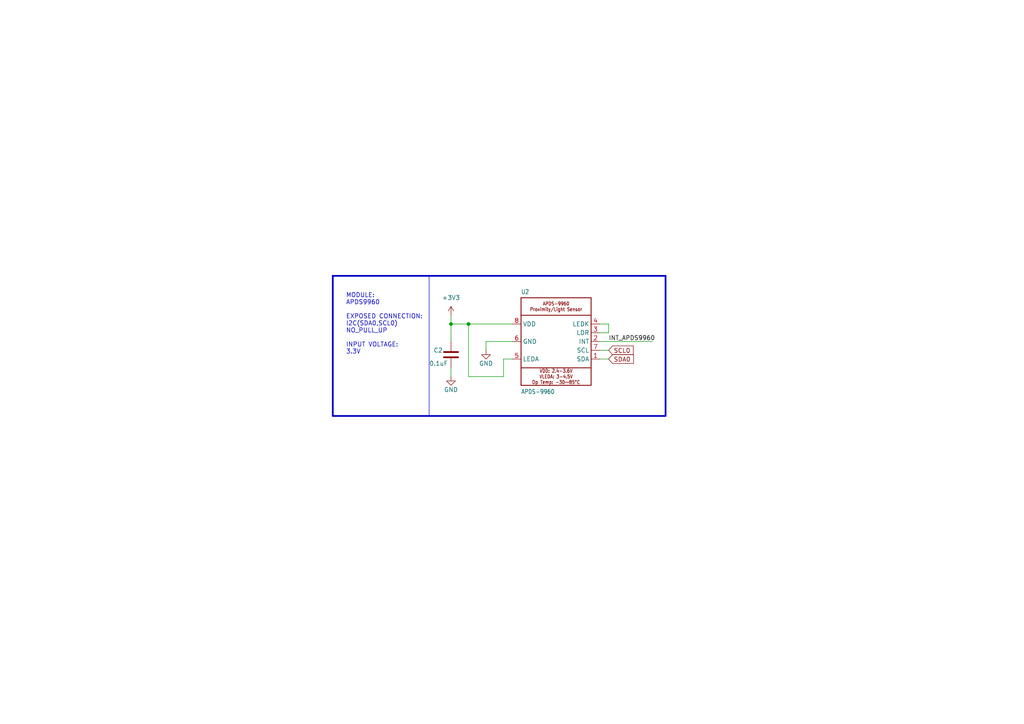
<source format=kicad_sch>
(kicad_sch (version 20230121) (generator eeschema)
  (paper "A4")
  (lib_symbols
    (symbol "APDS-9960 Rev B-eagle-import:APDS-9960"
      (property "Reference" "U" (at -10.16 13.716 0))
      (symbol "APDS-9960_1_0"
        (polyline (pts (xy -10.16 -12.7) (xy 10.16 -12.7)) (stroke (width 0.254)))
        (polyline (pts (xy -10.16 -7.62) (xy -10.16 -12.7)) (stroke (width 0.254)))
        (polyline (pts (xy -10.16 -7.62) (xy -10.16 7.62)) (stroke (width 0.254)))
        (polyline (pts (xy -10.16 7.62) (xy -10.16 12.7)) (stroke (width 0.254)))
        (polyline (pts (xy -10.16 7.62) (xy 10.16 7.62)) (stroke (width 0.254)))
        (polyline (pts (xy -10.16 12.7) (xy 10.16 12.7)) (stroke (width 0.254)))
        (polyline (pts (xy 10.16 -12.7) (xy 10.16 -7.62)) (stroke (width 0.254)))
        (polyline (pts (xy 10.16 -7.62) (xy -10.16 -7.62)) (stroke (width 0.254)))
        (polyline (pts (xy 10.16 7.62) (xy 10.16 -7.62)) (stroke (width 0.254)))
        (polyline (pts (xy 10.16 12.7) (xy 10.16 7.62)) (stroke (width 0.254)))
        (text "APDS-9960\nProximity/Light Sensor" (at 0 10.16 0) (effects (font (size 1.016 0.8636))))
        (text "VDD: 2.4-3.6V\nVLEDA: 3-4.5V\nOp Temp: -30~~85°C" (at 0 -10.16 0) (effects (font (size 1.016 0.8636))))
        (pin bidirectional line (at 12.7 -5.08 180) (length 2.54) (name "SDA") (number "1"))
        (pin output line (at 12.7 0 180) (length 2.54) (name "INT") (number "2"))
        (pin bidirectional line (at 12.7 2.54 180) (length 2.54) (name "LDR") (number "3"))
        (pin bidirectional line (at 12.7 5.08 180) (length 2.54) (name "LEDK") (number "4"))
        (pin power_in line (at -12.7 -5.08 0) (length 2.54) (name "LEDA") (number "5"))
        (pin power_in line (at -12.7 0 0) (length 2.54) (name "GND") (number "6"))
        (pin input line (at 12.7 -2.54 180) (length 2.54) (name "SCL") (number "7"))
        (pin power_in line (at -12.7 5.08 0) (length 2.54) (name "VDD") (number "8"))
      )
    )
    (symbol "Device:C" (pin_numbers hide) (pin_names (offset 0.254))
      (property "Reference" "C" (at 0.635 2.54 0))
      (property "Value" "C" (at 0.635 -2.54 0))
      (symbol "C_0_1"
        (polyline (pts (xy -2.032 -0.762) (xy 2.032 -0.762)) (stroke (width 0.508)))
        (polyline (pts (xy -2.032 0.762) (xy 2.032 0.762)) (stroke (width 0.508)))
      )
      (symbol "C_1_1"
        (pin passive line (at 0 3.81 270) (length 2.794) (name "~") (number "1"))
        (pin passive line (at 0 -3.81 90) (length 2.794) (name "~") (number "2"))
      )
    )
    (symbol "power:+3V3" (power) (pin_names (offset 0))
      (property "Value" "+3V3" (at 0 3.556 0))
      (symbol "+3V3_0_1"
        (polyline (pts (xy -0.762 1.27) (xy 0 2.54)))
        (polyline (pts (xy 0 0) (xy 0 2.54)))
        (polyline (pts (xy 0 2.54) (xy 0.762 1.27)))
      )
      (symbol "+3V3_1_1"
        (pin power_in line (at 0 0 90) (length 0) hide (name "+3V3") (number "1"))
      )
    )
    (symbol "power:GND" (power) (pin_names (offset 0))
      (property "Value" "GND" (at 0 -3.81 0))
      (symbol "GND_0_1"
        (polyline (pts (xy 0 0) (xy 0 -1.27) (xy 1.27 -1.27) (xy 0 -2.54) (xy -1.27 -1.27) (xy 0 -1.27)))
      )
      (symbol "GND_1_1"
        (pin power_in line (at 0 0 270) (length 0) hide (name "GND") (number "1"))
      )
    )
  )
  (junction (at 130.81 93.98))
  (junction (at 135.89 93.98))
  (wire (pts (xy 148.59 99.06) (xy 140.97 99.06)) (stroke (width 0.1524)))
  (wire (pts (xy 176.53 96.52) (xy 173.99 96.52)) (stroke (width 0.1524)))
  (wire (pts (xy 176.53 93.98) (xy 176.53 96.52)) (stroke (width 0.1524)))
  (wire (pts (xy 173.99 93.98) (xy 176.53 93.98)) (stroke (width 0.1524)))
  (wire (pts (xy 130.81 93.98) (xy 130.81 91.44)) (stroke (width 0.1524)))
  (wire (pts (xy 173.99 99.06) (xy 189.23 99.06)) (stroke (width 0.1524)))
  (wire (pts (xy 140.97 99.06) (xy 140.97 101.6)) (stroke (width 0.1524)))
  (wire (pts (xy 146.05 109.22) (xy 135.89 109.22)) (stroke (width 0.1524)))
  (wire (pts (xy 148.59 104.14) (xy 146.05 104.14)) (stroke (width 0.1524)))
  (wire (pts (xy 135.89 93.98) (xy 148.59 93.98)) (stroke (width 0.1524)))
  (wire (pts (xy 135.89 93.98) (xy 130.81 93.98)) (stroke (width 0.1524)))
  (wire (pts (xy 173.99 101.6) (xy 176.53 101.6)))
  (wire (pts (xy 130.81 93.98) (xy 130.81 99.06)) (stroke (width 0.1524)))
  (wire (pts (xy 173.99 104.14) (xy 176.53 104.14)))
  (wire (pts (xy 146.05 104.14) (xy 146.05 109.22)) (stroke (width 0.1524)))
  (wire (pts (xy 135.89 109.22) (xy 135.89 93.98)) (stroke (width 0.1524)))
  (wire (pts (xy 130.81 106.68) (xy 130.81 109.22)) (stroke (width 0.1524)))
  (rectangle (start 96.52 80.01) (end 193.04 120.65) (stroke (width 0.5)))
  (rectangle (start 96.52 80.01) (end 124.46 120.65))
  (text "MODULE:\nAPDS9960\n\nEXPOSED CONNECTION: \nI2C(SDA0,SCL0)\nNO_PULL_UP\n\nINPUT VOLTAGE:\n3.3V" (at 100.33 102.87 0) (effects (font (size 1.27 1.27)) (justify left bottom)))
  (label "INT_APDS9960" (at 176.53 99.06 0) (effects (font (size 1.2446 1.2446))))
  (global_label "SDA0" (shape input) (at 176.53 104.14 0) (property "Intersheetrefs" "${INTERSHEET_REFS}" (effects hide)))
  (global_label "SCL0" (shape input) (at 176.53 101.6 0) (property "Intersheetrefs" "${INTERSHEET_REFS}" (effects hide)))
  (symbol (lib_id "power:+3V3") (at 130.81 91.44 0) (unit 1)
    (property "Reference" "#PWR01" (effects hide))
    (property "Value" "+3V3" (at 130.81 86.36 0))
  )
  (symbol (lib_id "APDS-9960 Rev B-eagle-import:APDS-9960") (at 161.29 99.06 0) (unit 1)
    (property "Reference" "U2" (at 151.13 85.344 0) (effects (font (size 1.27 1.0795)) (justify left bottom)))
    (property "Value" "APDS-9960" (at 151.13 114.3 0) (effects (font (size 1.27 1.0795)) (justify left bottom)))
    (property "Footprint" "APDS-9960 Rev B:APDS-9960" (effects hide))
  )
  (symbol (lib_id "power:GND") (at 140.97 101.6 0) (unit 1)
    (property "Reference" "#PWR03" (effects hide))
    (property "Value" "GND" (at 140.97 105.41 0))
  )
  (symbol (lib_id "Device:C") (at 130.81 102.87 0) (unit 1)
    (property "Reference" "C2" (at 125.73 101.6 0) (effects (justify left)))
    (property "Value" "0.1uF" (at 124.46 105.41 0) (effects (justify left)))
    (property "Footprint" "Capacitor_SMD:C_0402_1005Metric" (effects hide))
  )
  (symbol (lib_id "power:GND") (at 130.81 109.22 0) (unit 1)
    (property "Reference" "#PWR04" (effects hide))
    (property "Value" "GND" (at 130.81 113.03 0))
  )
)
</source>
